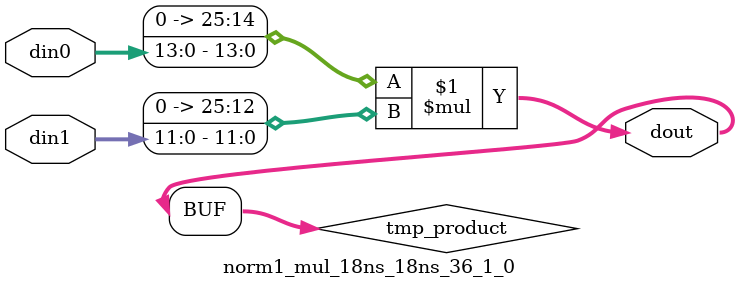
<source format=v>

`timescale 1 ns / 1 ps

 module norm1_mul_18ns_18ns_36_1_0(din0, din1, dout);
parameter ID = 1;
parameter NUM_STAGE = 0;
parameter din0_WIDTH = 14;
parameter din1_WIDTH = 12;
parameter dout_WIDTH = 26;

input [din0_WIDTH - 1 : 0] din0; 
input [din1_WIDTH - 1 : 0] din1; 
output [dout_WIDTH - 1 : 0] dout;

wire signed [dout_WIDTH - 1 : 0] tmp_product;
























assign tmp_product = $signed({1'b0, din0}) * $signed({1'b0, din1});











assign dout = tmp_product;





















endmodule

</source>
